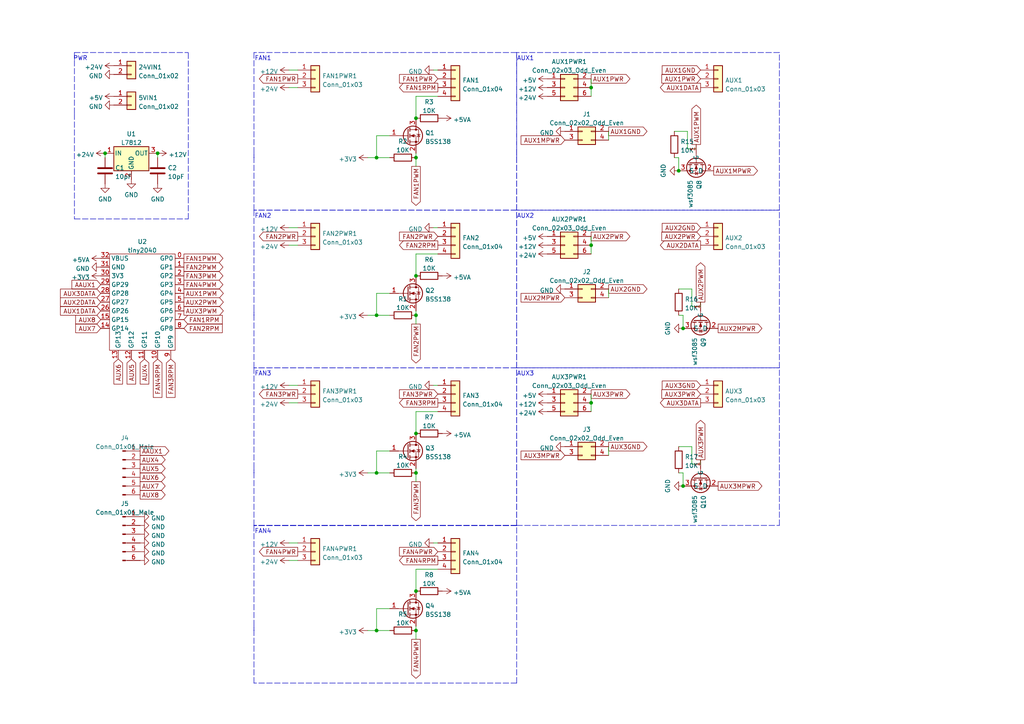
<source format=kicad_sch>
(kicad_sch (version 20211123) (generator eeschema)
  (paper "A4")
  (lib_symbols
    (symbol "Connector:Conn_01x06_Male" (pin_names (offset 1.016) hide)
      (property "Reference" "J" (at 0 7.62 0))
      (property "Value" "Conn_01x06_Male" (at 0 -10.16 0))
      (symbol "Conn_01x06_Male_1_1"
        (polyline (pts (xy 1.27 -7.62) (xy 0.8636 -7.62)) (stroke (width 0.1524)))
        (polyline (pts (xy 1.27 -5.08) (xy 0.8636 -5.08)) (stroke (width 0.1524)))
        (polyline (pts (xy 1.27 -2.54) (xy 0.8636 -2.54)) (stroke (width 0.1524)))
        (polyline (pts (xy 1.27 0) (xy 0.8636 0)) (stroke (width 0.1524)))
        (polyline (pts (xy 1.27 2.54) (xy 0.8636 2.54)) (stroke (width 0.1524)))
        (polyline (pts (xy 1.27 5.08) (xy 0.8636 5.08)) (stroke (width 0.1524)))
        (rectangle (start 0.8636 -7.493) (end 0 -7.747) (stroke (width 0.1524)) (fill (type outline)))
        (rectangle (start 0.8636 -4.953) (end 0 -5.207) (stroke (width 0.1524)) (fill (type outline)))
        (rectangle (start 0.8636 -2.413) (end 0 -2.667) (stroke (width 0.1524)) (fill (type outline)))
        (rectangle (start 0.8636 0.127) (end 0 -0.127) (stroke (width 0.1524)) (fill (type outline)))
        (rectangle (start 0.8636 2.667) (end 0 2.413) (stroke (width 0.1524)) (fill (type outline)))
        (rectangle (start 0.8636 5.207) (end 0 4.953) (stroke (width 0.1524)) (fill (type outline)))
        (pin passive line (at 5.08 5.08 180) (length 3.81) (name "Pin_1") (number "1"))
        (pin passive line (at 5.08 2.54 180) (length 3.81) (name "Pin_2") (number "2"))
        (pin passive line (at 5.08 0 180) (length 3.81) (name "Pin_3") (number "3"))
        (pin passive line (at 5.08 -2.54 180) (length 3.81) (name "Pin_4") (number "4"))
        (pin passive line (at 5.08 -5.08 180) (length 3.81) (name "Pin_5") (number "5"))
        (pin passive line (at 5.08 -7.62 180) (length 3.81) (name "Pin_6") (number "6"))
      )
    )
    (symbol "Connector_Generic:Conn_01x02" (pin_names (offset 1.016) hide)
      (property "Reference" "J" (at 0 2.54 0))
      (property "Value" "Conn_01x02" (at 0 -5.08 0))
      (symbol "Conn_01x02_1_1"
        (rectangle (start -1.27 -2.413) (end 0 -2.667) (stroke (width 0.1524)))
        (rectangle (start -1.27 0.127) (end 0 -0.127) (stroke (width 0.1524)))
        (rectangle (start -1.27 1.27) (end 1.27 -3.81) (stroke (width 0.254)) (fill (type background)))
        (pin passive line (at -5.08 0 0) (length 3.81) (name "Pin_1") (number "1"))
        (pin passive line (at -5.08 -2.54 0) (length 3.81) (name "Pin_2") (number "2"))
      )
    )
    (symbol "Connector_Generic:Conn_01x03" (pin_names (offset 1.016) hide)
      (property "Reference" "J" (at 0 5.08 0))
      (property "Value" "Conn_01x03" (at 0 -5.08 0))
      (symbol "Conn_01x03_1_1"
        (rectangle (start -1.27 -2.413) (end 0 -2.667) (stroke (width 0.1524)))
        (rectangle (start -1.27 0.127) (end 0 -0.127) (stroke (width 0.1524)))
        (rectangle (start -1.27 2.667) (end 0 2.413) (stroke (width 0.1524)))
        (rectangle (start -1.27 3.81) (end 1.27 -3.81) (stroke (width 0.254)) (fill (type background)))
        (pin passive line (at -5.08 2.54 0) (length 3.81) (name "Pin_1") (number "1"))
        (pin passive line (at -5.08 0 0) (length 3.81) (name "Pin_2") (number "2"))
        (pin passive line (at -5.08 -2.54 0) (length 3.81) (name "Pin_3") (number "3"))
      )
    )
    (symbol "Connector_Generic:Conn_01x04" (pin_names (offset 1.016) hide)
      (property "Reference" "J" (at 0 5.08 0))
      (property "Value" "Conn_01x04" (at 0 -7.62 0))
      (symbol "Conn_01x04_1_1"
        (rectangle (start -1.27 -4.953) (end 0 -5.207) (stroke (width 0.1524)))
        (rectangle (start -1.27 -2.413) (end 0 -2.667) (stroke (width 0.1524)))
        (rectangle (start -1.27 0.127) (end 0 -0.127) (stroke (width 0.1524)))
        (rectangle (start -1.27 2.667) (end 0 2.413) (stroke (width 0.1524)))
        (rectangle (start -1.27 3.81) (end 1.27 -6.35) (stroke (width 0.254)) (fill (type background)))
        (pin passive line (at -5.08 2.54 0) (length 3.81) (name "Pin_1") (number "1"))
        (pin passive line (at -5.08 0 0) (length 3.81) (name "Pin_2") (number "2"))
        (pin passive line (at -5.08 -2.54 0) (length 3.81) (name "Pin_3") (number "3"))
        (pin passive line (at -5.08 -5.08 0) (length 3.81) (name "Pin_4") (number "4"))
      )
    )
    (symbol "Connector_Generic:Conn_02x02_Odd_Even" (pin_names (offset 1.016) hide)
      (property "Reference" "J" (at 1.27 2.54 0))
      (property "Value" "Conn_02x02_Odd_Even" (at 1.27 -5.08 0))
      (symbol "Conn_02x02_Odd_Even_1_1"
        (rectangle (start -1.27 -2.413) (end 0 -2.667) (stroke (width 0.1524)))
        (rectangle (start -1.27 0.127) (end 0 -0.127) (stroke (width 0.1524)))
        (rectangle (start -1.27 1.27) (end 3.81 -3.81) (stroke (width 0.254)) (fill (type background)))
        (rectangle (start 3.81 -2.413) (end 2.54 -2.667) (stroke (width 0.1524)))
        (rectangle (start 3.81 0.127) (end 2.54 -0.127) (stroke (width 0.1524)))
        (pin passive line (at -5.08 0 0) (length 3.81) (name "Pin_1") (number "1"))
        (pin passive line (at 7.62 0 180) (length 3.81) (name "Pin_2") (number "2"))
        (pin passive line (at -5.08 -2.54 0) (length 3.81) (name "Pin_3") (number "3"))
        (pin passive line (at 7.62 -2.54 180) (length 3.81) (name "Pin_4") (number "4"))
      )
    )
    (symbol "Connector_Generic:Conn_02x03_Odd_Even" (pin_names (offset 1.016) hide)
      (property "Reference" "J" (at 1.27 5.08 0))
      (property "Value" "Conn_02x03_Odd_Even" (at 1.27 -5.08 0))
      (symbol "Conn_02x03_Odd_Even_1_1"
        (rectangle (start -1.27 -2.413) (end 0 -2.667) (stroke (width 0.1524)))
        (rectangle (start -1.27 0.127) (end 0 -0.127) (stroke (width 0.1524)))
        (rectangle (start -1.27 2.667) (end 0 2.413) (stroke (width 0.1524)))
        (rectangle (start -1.27 3.81) (end 3.81 -3.81) (stroke (width 0.254)) (fill (type background)))
        (rectangle (start 3.81 -2.413) (end 2.54 -2.667) (stroke (width 0.1524)))
        (rectangle (start 3.81 0.127) (end 2.54 -0.127) (stroke (width 0.1524)))
        (rectangle (start 3.81 2.667) (end 2.54 2.413) (stroke (width 0.1524)))
        (pin passive line (at -5.08 2.54 0) (length 3.81) (name "Pin_1") (number "1"))
        (pin passive line (at 7.62 2.54 180) (length 3.81) (name "Pin_2") (number "2"))
        (pin passive line (at -5.08 0 0) (length 3.81) (name "Pin_3") (number "3"))
        (pin passive line (at 7.62 0 180) (length 3.81) (name "Pin_4") (number "4"))
        (pin passive line (at -5.08 -2.54 0) (length 3.81) (name "Pin_5") (number "5"))
        (pin passive line (at 7.62 -2.54 180) (length 3.81) (name "Pin_6") (number "6"))
      )
    )
    (symbol "Device:C" (pin_numbers hide) (pin_names (offset 0.254))
      (property "Reference" "C" (at 0.635 2.54 0))
      (property "Value" "C" (at 0.635 -2.54 0))
      (symbol "C_0_1"
        (polyline (pts (xy -2.032 -0.762) (xy 2.032 -0.762)) (stroke (width 0.508)))
        (polyline (pts (xy -2.032 0.762) (xy 2.032 0.762)) (stroke (width 0.508)))
      )
      (symbol "C_1_1"
        (pin passive line (at 0 3.81 270) (length 2.794) (name "~") (number "1"))
        (pin passive line (at 0 -3.81 90) (length 2.794) (name "~") (number "2"))
      )
    )
    (symbol "Device:R" (pin_numbers hide) (pin_names (offset 0))
      (property "Reference" "R" (at 2.032 0 90))
      (property "Value" "R" (at 0 0 90))
      (symbol "R_0_1"
        (rectangle (start -1.016 -2.54) (end 1.016 2.54) (stroke (width 0.254)))
      )
      (symbol "R_1_1"
        (pin passive line (at 0 3.81 270) (length 1.27) (name "~") (number "1"))
        (pin passive line (at 0 -3.81 90) (length 1.27) (name "~") (number "2"))
      )
    )
    (symbol "Regulator_Linear:L7812" (pin_names (offset 0.254))
      (property "Reference" "U" (at -3.81 3.175 0))
      (property "Value" "L7812" (at 0 3.175 0))
      (symbol "L7812_0_1"
        (rectangle (start -5.08 1.905) (end 5.08 -5.08) (stroke (width 0.254)) (fill (type background)))
      )
      (symbol "L7812_1_1"
        (pin power_in line (at -7.62 0 0) (length 2.54) (name "IN") (number "1"))
        (pin power_in line (at 0 -7.62 90) (length 2.54) (name "GND") (number "2"))
        (pin power_out line (at 7.62 0 180) (length 2.54) (name "OUT") (number "3"))
      )
    )
    (symbol "Transistor_FET:BSS138" (pin_names hide)
      (property "Reference" "Q" (at 5.08 1.905 0))
      (property "Value" "BSS138" (at 5.08 0 0))
      (symbol "BSS138_0_1"
        (polyline (pts (xy 0.254 0) (xy -2.54 0)))
        (polyline (pts (xy 0.254 1.905) (xy 0.254 -1.905)) (stroke (width 0.254)))
        (polyline (pts (xy 0.762 -1.27) (xy 0.762 -2.286)) (stroke (width 0.254)))
        (polyline (pts (xy 0.762 0.508) (xy 0.762 -0.508)) (stroke (width 0.254)))
        (polyline (pts (xy 0.762 2.286) (xy 0.762 1.27)) (stroke (width 0.254)))
        (polyline (pts (xy 2.54 2.54) (xy 2.54 1.778)))
        (polyline (pts (xy 2.54 -2.54) (xy 2.54 0) (xy 0.762 0)))
        (polyline (pts (xy 0.762 -1.778) (xy 3.302 -1.778) (xy 3.302 1.778) (xy 0.762 1.778)))
        (polyline (pts (xy 1.016 0) (xy 2.032 0.381) (xy 2.032 -0.381) (xy 1.016 0)) (fill (type outline)))
        (polyline (pts (xy 2.794 0.508) (xy 2.921 0.381) (xy 3.683 0.381) (xy 3.81 0.254)))
        (polyline (pts (xy 3.302 0.381) (xy 2.921 -0.254) (xy 3.683 -0.254) (xy 3.302 0.381)))
        (circle (center 1.651 0) (radius 2.794) (stroke (width 0.254)))
        (circle (center 2.54 -1.778) (radius 0.254) (fill (type outline)))
        (circle (center 2.54 1.778) (radius 0.254) (fill (type outline)))
      )
      (symbol "BSS138_1_1"
        (pin input line (at -5.08 0 0) (length 2.54) (name "G") (number "1"))
        (pin passive line (at 2.54 -5.08 90) (length 2.54) (name "S") (number "2"))
        (pin passive line (at 2.54 5.08 270) (length 2.54) (name "D") (number "3"))
      )
    )
    (symbol "Transistor_FET:wsf3085"
      (property "Reference" "Q" (at 5.08 1.905 0))
      (property "Value" "wsf3085" (at 5.08 0 0))
      (symbol "wsf3085_0_1"
        (polyline (pts (xy 0.254 0) (xy -2.54 0)))
        (polyline (pts (xy 0.254 1.905) (xy 0.254 -1.905)) (stroke (width 0.254)))
        (polyline (pts (xy 0.762 -1.27) (xy 0.762 -2.286)) (stroke (width 0.254)))
        (polyline (pts (xy 0.762 0.508) (xy 0.762 -0.508)) (stroke (width 0.254)))
        (polyline (pts (xy 0.762 2.286) (xy 0.762 1.27)) (stroke (width 0.254)))
        (polyline (pts (xy 2.54 2.54) (xy 2.54 1.778)))
        (polyline (pts (xy 2.54 -2.54) (xy 2.54 0) (xy 0.762 0)))
        (polyline (pts (xy 0.762 -1.778) (xy 3.302 -1.778) (xy 3.302 1.778) (xy 0.762 1.778)))
        (polyline (pts (xy 1.016 0) (xy 2.032 0.381) (xy 2.032 -0.381) (xy 1.016 0)) (fill (type outline)))
        (polyline (pts (xy 2.794 0.508) (xy 2.921 0.381) (xy 3.683 0.381) (xy 3.81 0.254)))
        (polyline (pts (xy 3.302 0.381) (xy 2.921 -0.254) (xy 3.683 -0.254) (xy 3.302 0.381)))
        (circle (center 1.651 0) (radius 2.794) (stroke (width 0.254)))
        (circle (center 2.54 -1.778) (radius 0.254) (fill (type outline)))
        (circle (center 2.54 1.778) (radius 0.254) (fill (type outline)))
      )
      (symbol "wsf3085_1_1"
        (pin input line (at -5.08 0 0) (length 2.54) (name "G") (number "1"))
        (pin passive line (at 2.54 5.08 270) (length 2.54) (name "D") (number "2"))
        (pin passive line (at 2.54 -5.08 90) (length 2.54) (name "S") (number "3"))
      )
    )
    (symbol "power:+12V" (power) (pin_names (offset 0))
      (property "Value" "+12V" (at 0 3.556 0))
      (symbol "+12V_0_1"
        (polyline (pts (xy -0.762 1.27) (xy 0 2.54)))
        (polyline (pts (xy 0 0) (xy 0 2.54)))
        (polyline (pts (xy 0 2.54) (xy 0.762 1.27)))
      )
      (symbol "+12V_1_1"
        (pin power_in line (at 0 0 90) (length 0) hide (name "+12V") (number "1"))
      )
    )
    (symbol "power:+24V" (power) (pin_names (offset 0))
      (property "Value" "+24V" (at 0 3.556 0))
      (symbol "+24V_0_1"
        (polyline (pts (xy -0.762 1.27) (xy 0 2.54)))
        (polyline (pts (xy 0 0) (xy 0 2.54)))
        (polyline (pts (xy 0 2.54) (xy 0.762 1.27)))
      )
      (symbol "+24V_1_1"
        (pin power_in line (at 0 0 90) (length 0) hide (name "+24V") (number "1"))
      )
    )
    (symbol "power:+3.3V" (power) (pin_names (offset 0))
      (property "Value" "+3.3V" (at 0 3.556 0))
      (symbol "+3.3V_0_1"
        (polyline (pts (xy -0.762 1.27) (xy 0 2.54)))
        (polyline (pts (xy 0 0) (xy 0 2.54)))
        (polyline (pts (xy 0 2.54) (xy 0.762 1.27)))
      )
      (symbol "+3.3V_1_1"
        (pin power_in line (at 0 0 90) (length 0) hide (name "+3V3") (number "1"))
      )
    )
    (symbol "power:+5V" (power) (pin_names (offset 0))
      (property "Value" "+5V" (at 0 3.556 0))
      (symbol "+5V_0_1"
        (polyline (pts (xy -0.762 1.27) (xy 0 2.54)))
        (polyline (pts (xy 0 0) (xy 0 2.54)))
        (polyline (pts (xy 0 2.54) (xy 0.762 1.27)))
      )
      (symbol "+5V_1_1"
        (pin power_in line (at 0 0 90) (length 0) hide (name "+5V") (number "1"))
      )
    )
    (symbol "power:+5VA" (power) (pin_names (offset 0))
      (property "Value" "+5VA" (at 0 3.556 0))
      (symbol "+5VA_0_1"
        (polyline (pts (xy -0.762 1.27) (xy 0 2.54)))
        (polyline (pts (xy 0 0) (xy 0 2.54)))
        (polyline (pts (xy 0 2.54) (xy 0.762 1.27)))
      )
      (symbol "+5VA_1_1"
        (pin power_in line (at 0 0 90) (length 0) hide (name "+5VA") (number "1"))
      )
    )
    (symbol "power:GND" (power) (pin_names (offset 0))
      (property "Value" "GND" (at 0 -3.81 0))
      (symbol "GND_0_1"
        (polyline (pts (xy 0 0) (xy 0 -1.27) (xy 1.27 -1.27) (xy 0 -2.54) (xy -1.27 -1.27) (xy 0 -1.27)))
      )
      (symbol "GND_1_1"
        (pin power_in line (at 0 0 270) (length 0) hide (name "GND") (number "1"))
      )
    )
    (symbol "tiny2040:2040_zero"
      (property "Reference" "U" (at 0 15.24 0))
      (property "Value" "2040_zero" (at 0 12.7 0))
      (symbol "2040_zero_0_1"
        (rectangle (start -10.16 10.16) (end 8.89 -17.78))
      )
      (symbol "2040_zero_1_1"
        (pin input line (at 11.43 8.89 180) (length 2.54) (name "GP0") (number "0"))
        (pin input line (at 11.43 6.35 180) (length 2.54) (name "GP1") (number "1"))
        (pin input line (at 3.81 -20.32 90) (length 2.54) (name "GP10") (number "10"))
        (pin input line (at 0 -20.32 90) (length 2.54) (name "GP11") (number "11"))
        (pin input line (at -3.81 -20.32 90) (length 2.54) (name "GP12") (number "12"))
        (pin input line (at -7.62 -20.32 90) (length 2.54) (name "GP13") (number "13"))
        (pin input line (at -12.7 -11.43 0) (length 2.54) (name "GP14") (number "14"))
        (pin input line (at -12.7 -8.89 0) (length 2.54) (name "GP15") (number "15"))
        (pin input line (at 11.43 3.81 180) (length 2.54) (name "GP2") (number "2"))
        (pin input line (at -12.7 -6.35 0) (length 2.54) (name "GP26") (number "26"))
        (pin input line (at -12.7 -3.81 0) (length 2.54) (name "GP27") (number "27"))
        (pin input line (at -12.7 -1.27 0) (length 2.54) (name "GP28") (number "28"))
        (pin input line (at -12.7 1.27 0) (length 2.54) (name "GP29") (number "29"))
        (pin input line (at 11.43 1.27 180) (length 2.54) (name "GP3") (number "3"))
        (pin power_out line (at -12.7 3.81 0) (length 2.54) (name "3V3") (number "30"))
        (pin input line (at -12.7 6.35 0) (length 2.54) (name "GND") (number "31"))
        (pin power_out line (at -12.7 8.89 0) (length 2.54) (name "VBUS") (number "32"))
        (pin input line (at 11.43 -1.27 180) (length 2.54) (name "GP4") (number "4"))
        (pin input line (at 11.43 -3.81 180) (length 2.54) (name "GP5") (number "5"))
        (pin input line (at 11.43 -6.35 180) (length 2.54) (name "GP6") (number "6"))
        (pin input line (at 11.43 -8.89 180) (length 2.54) (name "GP7") (number "7"))
        (pin input line (at 11.43 -11.43 180) (length 2.54) (name "GP8") (number "8"))
        (pin input line (at 7.62 -20.32 90) (length 2.54) (name "GP9") (number "9"))
      )
    )
  )
  (junction (at 109.22 182.88))
  (junction (at 171.45 116.84))
  (junction (at 120.65 171.45))
  (junction (at 120.65 137.16))
  (junction (at 120.65 125.73))
  (junction (at 171.45 71.12))
  (junction (at 120.65 91.44))
  (junction (at 109.22 45.72))
  (junction (at 109.22 91.44))
  (junction (at 120.65 182.88))
  (junction (at 196.85 49.53))
  (junction (at 120.65 34.29))
  (junction (at 109.22 137.16))
  (junction (at 198.12 95.25))
  (junction (at 120.65 80.01))
  (junction (at 45.72 44.45))
  (junction (at 30.48 44.45))
  (junction (at 198.12 140.97))
  (junction (at 120.65 45.72))
  (junction (at 171.45 25.4))
  (wire (pts (xy 120.65 182.88) (xy 120.65 181.61)))
  (wire (pts (xy 127 157.48) (xy 125.73 157.48)))
  (wire (pts (xy 127 119.38) (xy 120.65 119.38)))
  (polyline (pts (xy 149.86 15.24) (xy 73.66 15.24)))
  (wire (pts (xy 113.03 176.53) (xy 109.22 176.53)))
  (wire (pts (xy 120.65 45.72) (xy 120.65 44.45)))
  (wire (pts (xy 113.03 39.37) (xy 109.22 39.37)))
  (polyline (pts (xy 149.86 106.68) (xy 73.66 106.68)))
  (wire (pts (xy 120.65 139.7) (xy 120.65 137.16)))
  (wire (pts (xy 171.45 68.58) (xy 171.45 71.12)))
  (wire (pts (xy 198.12 140.97) (xy 198.12 137.16)))
  (wire (pts (xy 86.36 111.76) (xy 83.82 111.76)))
  (wire (pts (xy 113.03 130.81) (xy 109.22 130.81)))
  (wire (pts (xy 109.22 182.88) (xy 113.03 182.88)))
  (polyline (pts (xy 149.86 152.4) (xy 73.66 152.4)))
  (wire (pts (xy 127 66.04) (xy 125.73 66.04)))
  (wire (pts (xy 106.68 45.72) (xy 109.22 45.72)))
  (wire (pts (xy 203.2 134.62) (xy 200.66 134.62)))
  (wire (pts (xy 198.12 137.16) (xy 196.85 137.16)))
  (wire (pts (xy 196.85 49.53) (xy 196.85 45.72)))
  (polyline (pts (xy 149.86 60.96) (xy 226.06 60.96)))
  (polyline (pts (xy 73.66 60.96) (xy 73.66 91.44)))
  (polyline (pts (xy 149.86 60.96) (xy 149.86 15.24)))
  (wire (pts (xy 86.36 116.84) (xy 83.82 116.84)))
  (wire (pts (xy 120.65 48.26) (xy 120.65 45.72)))
  (wire (pts (xy 120.65 137.16) (xy 120.65 135.89)))
  (polyline (pts (xy 54.61 63.5) (xy 54.61 33.02)))
  (polyline (pts (xy 226.06 60.96) (xy 226.06 15.24)))
  (polyline (pts (xy 73.66 106.68) (xy 73.66 137.16)))
  (wire (pts (xy 86.36 71.12) (xy 83.82 71.12)))
  (wire (pts (xy 86.36 66.04) (xy 83.82 66.04)))
  (wire (pts (xy 30.48 44.45) (xy 30.48 45.72)))
  (wire (pts (xy 171.45 116.84) (xy 171.45 119.38)))
  (wire (pts (xy 45.72 45.72) (xy 45.72 44.45)))
  (polyline (pts (xy 149.86 60.96) (xy 73.66 60.96)))
  (polyline (pts (xy 73.66 60.96) (xy 73.66 44.45)))
  (wire (pts (xy 109.22 45.72) (xy 113.03 45.72)))
  (wire (pts (xy 86.36 25.4) (xy 83.82 25.4)))
  (wire (pts (xy 203.2 87.63) (xy 203.2 88.9)))
  (wire (pts (xy 109.22 130.81) (xy 109.22 137.16)))
  (wire (pts (xy 106.68 137.16) (xy 109.22 137.16)))
  (polyline (pts (xy 149.86 152.4) (xy 226.06 152.4)))
  (wire (pts (xy 198.12 95.25) (xy 198.12 91.44)))
  (wire (pts (xy 86.36 20.32) (xy 83.82 20.32)))
  (wire (pts (xy 120.65 91.44) (xy 120.65 90.17)))
  (polyline (pts (xy 21.59 63.5) (xy 54.61 63.5)))
  (polyline (pts (xy 149.86 60.96) (xy 73.66 60.96)))
  (wire (pts (xy 200.66 129.54) (xy 196.85 129.54)))
  (polyline (pts (xy 149.86 106.68) (xy 149.86 60.96)))
  (polyline (pts (xy 149.86 152.4) (xy 149.86 106.68)))
  (wire (pts (xy 171.45 71.12) (xy 171.45 73.66)))
  (polyline (pts (xy 73.66 152.4) (xy 73.66 182.88)))
  (wire (pts (xy 86.36 162.56) (xy 83.82 162.56)))
  (polyline (pts (xy 149.86 152.4) (xy 73.66 152.4)))
  (wire (pts (xy 200.66 134.62) (xy 200.66 129.54)))
  (wire (pts (xy 199.39 38.1) (xy 195.58 38.1)))
  (wire (pts (xy 201.93 41.91) (xy 201.93 43.18)))
  (wire (pts (xy 109.22 39.37) (xy 109.22 45.72)))
  (wire (pts (xy 127 111.76) (xy 125.73 111.76)))
  (polyline (pts (xy 73.66 198.12) (xy 73.66 181.61)))
  (polyline (pts (xy 73.66 15.24) (xy 73.66 45.72)))
  (polyline (pts (xy 149.86 152.4) (xy 149.86 106.68)))
  (wire (pts (xy 127 20.32) (xy 125.73 20.32)))
  (polyline (pts (xy 226.06 15.24) (xy 149.86 15.24)))
  (wire (pts (xy 201.93 43.18) (xy 199.39 43.18)))
  (polyline (pts (xy 21.59 15.24) (xy 21.59 33.02)))
  (polyline (pts (xy 149.86 15.24) (xy 149.86 45.72)))
  (wire (pts (xy 120.65 73.66) (xy 120.65 80.01)))
  (wire (pts (xy 203.2 133.35) (xy 203.2 134.62)))
  (wire (pts (xy 120.65 119.38) (xy 120.65 125.73)))
  (wire (pts (xy 109.22 91.44) (xy 113.03 91.44)))
  (polyline (pts (xy 226.06 106.68) (xy 149.86 106.68)))
  (wire (pts (xy 176.53 83.82) (xy 176.53 86.36)))
  (wire (pts (xy 106.68 182.88) (xy 109.22 182.88)))
  (wire (pts (xy 127 27.94) (xy 120.65 27.94)))
  (wire (pts (xy 171.45 114.3) (xy 171.45 116.84)))
  (wire (pts (xy 199.39 43.18) (xy 199.39 38.1)))
  (wire (pts (xy 120.65 185.42) (xy 120.65 182.88)))
  (wire (pts (xy 200.66 83.82) (xy 196.85 83.82)))
  (wire (pts (xy 203.2 88.9) (xy 200.66 88.9)))
  (wire (pts (xy 171.45 22.86) (xy 171.45 25.4)))
  (wire (pts (xy 109.22 85.09) (xy 109.22 91.44)))
  (wire (pts (xy 198.12 91.44) (xy 196.85 91.44)))
  (polyline (pts (xy 226.06 106.68) (xy 226.06 60.96)))
  (polyline (pts (xy 54.61 33.02) (xy 54.61 15.24)))
  (polyline (pts (xy 21.59 33.02) (xy 21.59 63.5)))
  (wire (pts (xy 196.85 45.72) (xy 195.58 45.72)))
  (wire (pts (xy 120.65 165.1) (xy 120.65 171.45)))
  (wire (pts (xy 109.22 137.16) (xy 113.03 137.16)))
  (polyline (pts (xy 149.86 152.4) (xy 73.66 152.4)))
  (wire (pts (xy 200.66 88.9) (xy 200.66 83.82)))
  (polyline (pts (xy 149.86 198.12) (xy 149.86 152.4)))
  (wire (pts (xy 127 73.66) (xy 120.65 73.66)))
  (polyline (pts (xy 149.86 106.68) (xy 73.66 106.68)))
  (wire (pts (xy 176.53 129.54) (xy 176.53 132.08)))
  (polyline (pts (xy 21.59 15.24) (xy 54.61 15.24)))
  (wire (pts (xy 86.36 157.48) (xy 83.82 157.48)))
  (polyline (pts (xy 149.86 198.12) (xy 73.66 198.12)))
  (wire (pts (xy 113.03 85.09) (xy 109.22 85.09)))
  (wire (pts (xy 171.45 25.4) (xy 171.45 27.94)))
  (polyline (pts (xy 149.86 106.68) (xy 226.06 106.68)))
  (polyline (pts (xy 149.86 106.68) (xy 149.86 60.96)))
  (polyline (pts (xy 149.86 60.96) (xy 149.86 44.45)))
  (wire (pts (xy 120.65 93.98) (xy 120.65 91.44)))
  (wire (pts (xy 109.22 176.53) (xy 109.22 182.88)))
  (polyline (pts (xy 73.66 106.68) (xy 73.66 90.17)))
  (polyline (pts (xy 226.06 60.96) (xy 149.86 60.96)))
  (wire (pts (xy 106.68 91.44) (xy 109.22 91.44)))
  (wire (pts (xy 176.53 38.1) (xy 176.53 40.64)))
  (wire (pts (xy 120.65 27.94) (xy 120.65 34.29)))
  (wire (pts (xy 127 165.1) (xy 120.65 165.1)))
  (polyline (pts (xy 226.06 152.4) (xy 226.06 106.68)))
  (polyline (pts (xy 73.66 152.4) (xy 73.66 135.89)))
  (text "AUX3" (at 154.94 109.22 180) (effects (font (size 1.27 1.27)) (justify right bottom)))
  (text "FAN1" (at 78.74 17.78 180) (effects (font (size 1.27 1.27)) (justify right bottom)))
  (text "AUX1" (at 154.94 17.78 180) (effects (font (size 1.27 1.27)) (justify right bottom)))
  (text "AUX2" (at 154.94 63.5 180) (effects (font (size 1.27 1.27)) (justify right bottom)))
  (text "FAN4" (at 78.74 154.94 180) (effects (font (size 1.27 1.27)) (justify right bottom)))
  (text "FAN3" (at 78.74 109.22 180) (effects (font (size 1.27 1.27)) (justify right bottom)))
  (text "FAN2" (at 78.74 63.5 180) (effects (font (size 1.27 1.27)) (justify right bottom)))
  (text "PWR" (at 25.4 17.78 180) (effects (font (size 1.27 1.27)) (justify right bottom)))
  (global_label "FAN3PWM" (shape output) (at 120.65 139.7 270) (property "Intersheet References" "${INTERSHEET_REFS}" (effects hide)))
  (global_label "FAN2RPM" (shape output) (at 127 71.12 180) (property "Intersheet References" "${INTERSHEET_REFS}" (effects hide)))
  (global_label "AUX5" (shape output) (at 40.64 135.89 0) (property "Intersheet References" "${INTERSHEET_REFS}" (effects hide)))
  (global_label "AUX1PWR" (shape output) (at 171.45 22.86 0) (property "Intersheet References" "${INTERSHEET_REFS}" (effects hide)))
  (global_label "FAN4PWR" (shape output) (at 86.36 160.02 180) (property "Intersheet References" "${INTERSHEET_REFS}" (effects hide)))
  (global_label "AUX2GND" (shape output) (at 176.53 83.82 0) (property "Intersheet References" "${INTERSHEET_REFS}" (effects hide)))
  (global_label "FAN4RPM" (shape output) (at 127 162.56 180) (property "Intersheet References" "${INTERSHEET_REFS}" (effects hide)))
  (global_label "AUX1PWM" (shape output) (at 201.93 41.91 90) (property "Intersheet References" "${INTERSHEET_REFS}" (effects hide)))
  (global_label "AUX3GND" (shape output) (at 176.53 129.54 0) (property "Intersheet References" "${INTERSHEET_REFS}" (effects hide)))
  (global_label "FAN3PWR" (shape output) (at 86.36 114.3 180) (property "Intersheet References" "${INTERSHEET_REFS}" (effects hide)))
  (global_label "FAN3RPM" (shape input) (at 49.53 104.14 270) (property "Intersheet References" "${INTERSHEET_REFS}" (effects hide)))
  (global_label "FAN2PWM" (shape output) (at 53.34 77.47 0) (property "Intersheet References" "${INTERSHEET_REFS}" (effects hide)))
  (global_label "FAN2RPM" (shape input) (at 53.34 95.25 0) (property "Intersheet References" "${INTERSHEET_REFS}" (effects hide)))
  (global_label "AUX1MPWR" (shape output) (at 207.01 49.53 0) (property "Intersheet References" "${INTERSHEET_REFS}" (effects hide)))
  (global_label "AUX3MPWR" (shape output) (at 208.28 140.97 0) (property "Intersheet References" "${INTERSHEET_REFS}" (effects hide)))
  (global_label "AUX3DATA" (shape input) (at 29.21 85.09 180) (property "Intersheet References" "${INTERSHEET_REFS}" (effects hide)))
  (global_label "AUX2DATA" (shape input) (at 29.21 87.63 180) (property "Intersheet References" "${INTERSHEET_REFS}" (effects hide)))
  (global_label "AUX3GND" (shape input) (at 203.2 111.76 180) (property "Intersheet References" "${INTERSHEET_REFS}" (effects hide)))
  (global_label "AUX3PWR" (shape output) (at 171.45 114.3 0) (property "Intersheet References" "${INTERSHEET_REFS}" (effects hide)))
  (global_label "AUX2PWM" (shape output) (at 203.2 87.63 90) (property "Intersheet References" "${INTERSHEET_REFS}" (effects hide)))
  (global_label "AUX1PWM" (shape output) (at 53.34 85.09 0) (property "Intersheet References" "${INTERSHEET_REFS}" (effects hide)))
  (global_label "FAN2PWM" (shape output) (at 120.65 93.98 270) (property "Intersheet References" "${INTERSHEET_REFS}" (effects hide)))
  (global_label "AUX1DATA" (shape input) (at 29.21 90.17 180) (property "Intersheet References" "${INTERSHEET_REFS}" (effects hide)))
  (global_label "AUX2PWR" (shape input) (at 203.2 68.58 180) (property "Intersheet References" "${INTERSHEET_REFS}" (effects hide)))
  (global_label "AUX2DATA" (shape output) (at 203.2 71.12 180) (property "Intersheet References" "${INTERSHEET_REFS}" (effects hide)))
  (global_label "AUX2MPWR" (shape output) (at 208.28 95.25 0) (property "Intersheet References" "${INTERSHEET_REFS}" (effects hide)))
  (global_label "FAN2PWR" (shape output) (at 86.36 68.58 180) (property "Intersheet References" "${INTERSHEET_REFS}" (effects hide)))
  (global_label "AUX7" (shape output) (at 40.64 140.97 0) (property "Intersheet References" "${INTERSHEET_REFS}" (effects hide)))
  (global_label "AUX3PWR" (shape input) (at 203.2 114.3 180) (property "Intersheet References" "${INTERSHEET_REFS}" (effects hide)))
  (global_label "FAN3PWR" (shape input) (at 127 114.3 180) (property "Intersheet References" "${INTERSHEET_REFS}" (effects hide)))
  (global_label "FAN1RPM" (shape input) (at 53.34 92.71 0) (property "Intersheet References" "${INTERSHEET_REFS}" (effects hide)))
  (global_label "AUX1GND" (shape input) (at 203.2 20.32 180) (property "Intersheet References" "${INTERSHEET_REFS}" (effects hide)))
  (global_label "FAN1PWM" (shape output) (at 120.65 48.26 270) (property "Intersheet References" "${INTERSHEET_REFS}" (effects hide)))
  (global_label "AUX8" (shape output) (at 40.64 143.51 0) (property "Intersheet References" "${INTERSHEET_REFS}" (effects hide)))
  (global_label "AUX3PWM" (shape output) (at 203.2 133.35 90) (property "Intersheet References" "${INTERSHEET_REFS}" (effects hide)))
  (global_label "AAUX1" (shape input) (at 29.21 82.55 180) (property "Intersheet References" "${INTERSHEET_REFS}" (effects hide)))
  (global_label "AUX7" (shape input) (at 29.21 95.25 180) (property "Intersheet References" "${INTERSHEET_REFS}" (effects hide)))
  (global_label "FAN3PWM" (shape output) (at 53.34 80.01 0) (property "Intersheet References" "${INTERSHEET_REFS}" (effects hide)))
  (global_label "AUX3MPWR" (shape input) (at 163.83 132.08 180) (property "Intersheet References" "${INTERSHEET_REFS}" (effects hide)))
  (global_label "AUX6" (shape output) (at 40.64 138.43 0) (property "Intersheet References" "${INTERSHEET_REFS}" (effects hide)))
  (global_label "AUX2MPWR" (shape input) (at 163.83 86.36 180) (property "Intersheet References" "${INTERSHEET_REFS}" (effects hide)))
  (global_label "AUX4" (shape output) (at 40.64 133.35 0) (property "Intersheet References" "${INTERSHEET_REFS}" (effects hide)))
  (global_label "AUX3DATA" (shape output) (at 203.2 116.84 180) (property "Intersheet References" "${INTERSHEET_REFS}" (effects hide)))
  (global_label "FAN1PWR" (shape input) (at 127 22.86 180) (property "Intersheet References" "${INTERSHEET_REFS}" (effects hide)))
  (global_label "AUX1PWR" (shape input) (at 203.2 22.86 180) (property "Intersheet References" "${INTERSHEET_REFS}" (effects hide)))
  (global_label "FAN2PWR" (shape input) (at 127 68.58 180) (property "Intersheet References" "${INTERSHEET_REFS}" (effects hide)))
  (global_label "FAN4PWR" (shape input) (at 127 160.02 180) (property "Intersheet References" "${INTERSHEET_REFS}" (effects hide)))
  (global_label "FAN4RPM" (shape input) (at 45.72 104.14 270) (property "Intersheet References" "${INTERSHEET_REFS}" (effects hide)))
  (global_label "FAN4PWM" (shape output) (at 120.65 185.42 270) (property "Intersheet References" "${INTERSHEET_REFS}" (effects hide)))
  (global_label "AUX8" (shape input) (at 29.21 92.71 180) (property "Intersheet References" "${INTERSHEET_REFS}" (effects hide)))
  (global_label "AUX2PWR" (shape output) (at 171.45 68.58 0) (property "Intersheet References" "${INTERSHEET_REFS}" (effects hide)))
  (global_label "AUX1GND" (shape output) (at 176.53 38.1 0) (property "Intersheet References" "${INTERSHEET_REFS}" (effects hide)))
  (global_label "AUX2GND" (shape input) (at 203.2 66.04 180) (property "Intersheet References" "${INTERSHEET_REFS}" (effects hide)))
  (global_label "FAN3RPM" (shape output) (at 127 116.84 180) (property "Intersheet References" "${INTERSHEET_REFS}" (effects hide)))
  (global_label "FAN1RPM" (shape output) (at 127 25.4 180) (property "Intersheet References" "${INTERSHEET_REFS}" (effects hide)))
  (global_label "AUX3PWM" (shape output) (at 53.34 90.17 0) (property "Intersheet References" "${INTERSHEET_REFS}" (effects hide)))
  (global_label "AUX5" (shape input) (at 38.1 104.14 270) (property "Intersheet References" "${INTERSHEET_REFS}" (effects hide)))
  (global_label "FAN4PWM" (shape output) (at 53.34 82.55 0) (property "Intersheet References" "${INTERSHEET_REFS}" (effects hide)))
  (global_label "FAN1PWR" (shape output) (at 86.36 22.86 180) (property "Intersheet References" "${INTERSHEET_REFS}" (effects hide)))
  (global_label "AUX4" (shape input) (at 41.91 104.14 270) (property "Intersheet References" "${INTERSHEET_REFS}" (effects hide)))
  (global_label "AUX2PWM" (shape output) (at 53.34 87.63 0) (property "Intersheet References" "${INTERSHEET_REFS}" (effects hide)))
  (global_label "AUX1DATA" (shape output) (at 203.2 25.4 180) (property "Intersheet References" "${INTERSHEET_REFS}" (effects hide)))
  (global_label "AUX1MPWR" (shape input) (at 163.83 40.64 180) (property "Intersheet References" "${INTERSHEET_REFS}" (effects hide)))
  (global_label "FAN1PWM" (shape output) (at 53.34 74.93 0) (property "Intersheet References" "${INTERSHEET_REFS}" (effects hide)))
  (global_label "AUX6" (shape input) (at 34.29 104.14 270) (property "Intersheet References" "${INTERSHEET_REFS}" (effects hide)))
  (global_label "AAUX1" (shape output) (at 40.64 130.81 0) (property "Intersheet References" "${INTERSHEET_REFS}" (effects hide)))
  (symbol (lib_id "Device:R") (at 124.46 125.73 270) (unit 1)
    (property "Reference" "R7" (at 124.46 121.0142 90))
    (property "Value" "10K" (at 124.46 123.5511 90))
    (property "Footprint" "Resistor_SMD:R_1206_3216Metric" (effects hide))
    (property "LCSC" "C144471" (effects hide))
  )
  (symbol (lib_id "Connector_Generic:Conn_02x03_Odd_Even") (at 163.83 71.12 0) (unit 1)
    (property "Reference" "AUX2PWR1" (at 165.1 63.6102 0))
    (property "Value" "Conn_02x03_Odd_Even" (at 165.1 66.1471 0))
    (property "Footprint" "Connector_PinHeader_2.54mm:PinHeader_2x03_P2.54mm_Vertical" (effects hide))
    (property "LCSC" "C492420" (effects hide))
  )
  (symbol (lib_id "power:GND") (at 198.12 140.97 270) (unit 1)
    (property "Reference" "#PWR0155" (effects hide))
    (property "Value" "GND" (at 193.6766 140.97 0))
  )
  (symbol (lib_id "Connector_Generic:Conn_01x03") (at 208.28 114.3 0) (unit 1)
    (property "Reference" "AUX3" (at 210.312 113.4653 0) (effects (justify left)))
    (property "Value" "Conn_01x03" (at 210.312 116.0022 0) (effects (justify left)))
    (property "Footprint" "Connector_JST:JST_XH_B3B-XH-AM_1x03_P2.50mm_Vertical" (effects hide))
    (property "LCSC" "C144394" (effects hide))
  )
  (symbol (lib_id "power:GND") (at 33.02 21.59 270) (unit 1)
    (property "Reference" "#PWR0102" (effects hide))
    (property "Value" "GND" (at 29.8451 22.0238 90) (effects (justify right)))
  )
  (symbol (lib_id "Connector_Generic:Conn_01x03") (at 91.44 68.58 0) (unit 1)
    (property "Reference" "FAN2PWR1" (at 93.472 67.7453 0) (effects (justify left)))
    (property "Value" "Conn_01x03" (at 93.472 70.2822 0) (effects (justify left)))
    (property "Footprint" "Connector_PinHeader_2.54mm:PinHeader_1x03_P2.54mm_Vertical" (effects hide))
    (property "LCSC" "C2937625" (effects hide))
  )
  (symbol (lib_id "power:+12V") (at 83.82 111.76 90) (unit 1)
    (property "Reference" "#PWR0130" (effects hide))
    (property "Value" "+12V" (at 80.645 112.1938 90) (effects (justify left)))
  )
  (symbol (lib_id "power:+3.3V") (at 29.21 80.01 90) (unit 1)
    (property "Reference" "#PWR0111" (effects hide))
    (property "Value" "+3.3V" (at 26.035 80.4438 90) (effects (justify left)))
  )
  (symbol (lib_id "Connector_Generic:Conn_01x03") (at 91.44 160.02 0) (unit 1)
    (property "Reference" "FAN4PWR1" (at 93.472 159.1853 0) (effects (justify left)))
    (property "Value" "Conn_01x03" (at 93.472 161.7222 0) (effects (justify left)))
    (property "Footprint" "Connector_PinHeader_2.54mm:PinHeader_1x03_P2.54mm_Vertical" (effects hide))
    (property "LCSC" "C2937625" (effects hide))
  )
  (symbol (lib_id "power:+24V") (at 158.75 119.38 90) (unit 1)
    (property "Reference" "#PWR0145" (effects hide))
    (property "Value" "+24V" (at 155.575 119.8138 90) (effects (justify left)))
  )
  (symbol (lib_id "power:+12V") (at 158.75 116.84 90) (unit 1)
    (property "Reference" "#PWR0146" (effects hide))
    (property "Value" "+12V" (at 155.575 117.2738 90) (effects (justify left)))
  )
  (symbol (lib_id "power:+24V") (at 158.75 27.94 90) (unit 1)
    (property "Reference" "#PWR0127" (effects hide))
    (property "Value" "+24V" (at 155.575 28.3738 90) (effects (justify left)))
  )
  (symbol (lib_id "power:+3.3V") (at 106.68 91.44 90) (unit 1)
    (property "Reference" "#PWR0125" (effects hide))
    (property "Value" "+3.3V" (at 103.505 91.8738 90) (effects (justify left)))
  )
  (symbol (lib_id "power:+12V") (at 83.82 157.48 90) (unit 1)
    (property "Reference" "#PWR0121" (effects hide))
    (property "Value" "+12V" (at 80.645 157.9138 90) (effects (justify left)))
  )
  (symbol (lib_id "Connector_Generic:Conn_01x03") (at 208.28 22.86 0) (unit 1)
    (property "Reference" "AUX1" (at 210.312 23.2953 0) (effects (justify left)))
    (property "Value" "Conn_01x03" (at 210.312 25.8322 0) (effects (justify left)))
    (property "Footprint" "Connector_JST:JST_XH_B3B-XH-AM_1x03_P2.50mm_Vertical" (effects hide))
    (property "LCSC" "C144394" (effects hide))
  )
  (symbol (lib_id "power:+12V") (at 158.75 71.12 90) (unit 1)
    (property "Reference" "#PWR0133" (effects hide))
    (property "Value" "+12V" (at 155.575 71.5538 90) (effects (justify left)))
  )
  (symbol (lib_id "Device:R") (at 116.84 182.88 270) (unit 1)
    (property "Reference" "R5" (at 116.84 178.1642 90))
    (property "Value" "10K" (at 116.84 180.7011 90))
    (property "Footprint" "Resistor_SMD:R_1206_3216Metric" (effects hide))
    (property "LCSC" "C144471" (effects hide))
  )
  (symbol (lib_id "power:+5VA") (at 128.27 125.73 270) (unit 1)
    (property "Reference" "#PWR0148" (effects hide))
    (property "Value" "+5VA" (at 131.445 126.1638 90) (effects (justify left)))
  )
  (symbol (lib_id "power:+5VA") (at 128.27 34.29 270) (unit 1)
    (property "Reference" "#PWR0118" (effects hide))
    (property "Value" "+5VA" (at 131.445 34.7238 90) (effects (justify left)))
  )
  (symbol (lib_id "power:+5VA") (at 128.27 171.45 270) (unit 1)
    (property "Reference" "#PWR0152" (effects hide))
    (property "Value" "+5VA" (at 131.445 171.8838 90) (effects (justify left)))
  )
  (symbol (lib_id "Connector:Conn_01x06_Male") (at 35.56 135.89 0) (unit 1)
    (property "Reference" "J4" (at 36.195 127.034 0))
    (property "Value" "Conn_01x06_Male" (at 36.195 129.5709 0))
    (property "Footprint" "Connector_PinHeader_2.54mm:PinHeader_1x06_P2.54mm_Vertical" (effects hide))
    (property "LCSC" "C962326" (effects hide))
  )
  (symbol (lib_id "power:GND") (at 125.73 111.76 270) (unit 1)
    (property "Reference" "#PWR0126" (effects hide))
    (property "Value" "GND" (at 122.5551 112.1938 90) (effects (justify right)))
  )
  (symbol (lib_id "Device:R") (at 116.84 91.44 270) (unit 1)
    (property "Reference" "R1" (at 116.84 86.7242 90))
    (property "Value" "10K" (at 116.84 89.2611 90))
    (property "Footprint" "Resistor_SMD:R_1206_3216Metric" (effects hide))
    (property "LCSC" "C144471" (effects hide))
  )
  (symbol (lib_id "Connector_Generic:Conn_01x03") (at 91.44 114.3 0) (unit 1)
    (property "Reference" "FAN3PWR1" (at 93.472 113.4653 0) (effects (justify left)))
    (property "Value" "Conn_01x03" (at 93.472 116.0022 0) (effects (justify left)))
    (property "Footprint" "Connector_PinHeader_2.54mm:PinHeader_1x03_P2.54mm_Vertical" (effects hide))
    (property "LCSC" "C2937625" (effects hide))
  )
  (symbol (lib_id "power:+12V") (at 83.82 20.32 90) (unit 1)
    (property "Reference" "#PWR0114" (effects hide))
    (property "Value" "+12V" (at 80.645 20.7538 90) (effects (justify left)))
  )
  (symbol (lib_id "Transistor_FET:wsf3085") (at 201.93 46.99 270) (unit 1)
    (property "Reference" "Q8" (at 202.7647 52.197 0) (effects (justify left)))
    (property "Value" "wsf3085" (at 200.2278 52.197 0) (effects (justify left)))
    (property "Footprint" "Package_TO_SOT_SMD:TO-252-2" (effects hide))
    (property "Datasheet" "https://datasheet.lcsc.com/szlcsc/WSF3085_C148428.pdf" (effects hide))
    (property "LCSC" "C148428" (effects hide))
  )
  (symbol (lib_id "Device:R") (at 124.46 80.01 270) (unit 1)
    (property "Reference" "R6" (at 124.46 75.2942 90))
    (property "Value" "10K" (at 124.46 77.8311 90))
    (property "Footprint" "Resistor_SMD:R_1206_3216Metric" (effects hide))
    (property "LCSC" "C144471" (effects hide))
  )
  (symbol (lib_id "power:+24V") (at 83.82 162.56 90) (unit 1)
    (property "Reference" "#PWR0120" (effects hide))
    (property "Value" "+24V" (at 80.645 162.9938 90) (effects (justify left)))
  )
  (symbol (lib_id "Device:R") (at 196.85 133.35 0) (unit 1)
    (property "Reference" "R17" (at 198.628 132.5153 0) (effects (justify left)))
    (property "Value" "10K" (at 198.628 135.0522 0) (effects (justify left)))
    (property "Footprint" "Resistor_SMD:R_1206_3216Metric" (effects hide))
    (property "LCSC" "C144471" (effects hide))
  )
  (symbol (lib_id "power:+24V") (at 158.75 73.66 90) (unit 1)
    (property "Reference" "#PWR0137" (effects hide))
    (property "Value" "+24V" (at 155.575 74.0938 90) (effects (justify left)))
  )
  (symbol (lib_id "Connector_Generic:Conn_02x02_Odd_Even") (at 168.91 38.1 0) (unit 1)
    (property "Reference" "J1" (at 170.18 33.1302 0))
    (property "Value" "Conn_02x02_Odd_Even" (at 170.18 35.6671 0))
    (property "Footprint" "Connector_PinHeader_2.54mm:PinHeader_2x02_P2.54mm_Vertical" (effects hide))
    (property "LCSC" "C706892" (effects hide))
  )
  (symbol (lib_id "power:+24V") (at 83.82 71.12 90) (unit 1)
    (property "Reference" "#PWR0122" (effects hide))
    (property "Value" "+24V" (at 80.645 71.5538 90) (effects (justify left)))
  )
  (symbol (lib_id "power:+5V") (at 158.75 22.86 90) (unit 1)
    (property "Reference" "#PWR0135" (effects hide))
    (property "Value" "+5V" (at 155.5751 23.2938 90) (effects (justify left)))
  )
  (symbol (lib_id "Connector_Generic:Conn_02x03_Odd_Even") (at 163.83 25.4 0) (unit 1)
    (property "Reference" "AUX1PWR1" (at 165.1 17.8902 0))
    (property "Value" "Conn_02x03_Odd_Even" (at 165.1 20.4271 0))
    (property "Footprint" "Connector_PinHeader_2.54mm:PinHeader_2x03_P2.54mm_Vertical" (effects hide))
    (property "LCSC" "C492420" (effects hide))
  )
  (symbol (lib_id "power:GND") (at 40.64 154.94 90) (unit 1)
    (property "Reference" "#PWR0131" (effects hide))
    (property "Value" "GND" (at 43.815 155.3738 90) (effects (justify right)))
  )
  (symbol (lib_id "power:+24V") (at 83.82 116.84 90) (unit 1)
    (property "Reference" "#PWR0129" (effects hide))
    (property "Value" "+24V" (at 80.645 117.2738 90) (effects (justify left)))
  )
  (symbol (lib_id "Connector_Generic:Conn_02x02_Odd_Even") (at 168.91 129.54 0) (unit 1)
    (property "Reference" "J3" (at 170.18 124.5702 0))
    (property "Value" "Conn_02x02_Odd_Even" (at 170.18 127.1071 0))
    (property "Footprint" "Connector_PinHeader_2.54mm:PinHeader_2x02_P2.54mm_Vertical" (effects hide))
    (property "LCSC" "C706892" (effects hide))
  )
  (symbol (lib_id "Transistor_FET:wsf3085") (at 203.2 92.71 270) (unit 1)
    (property "Reference" "Q9" (at 204.0347 97.917 0) (effects (justify left)))
    (property "Value" "wsf3085" (at 201.4978 97.917 0) (effects (justify left)))
    (property "Footprint" "Package_TO_SOT_SMD:TO-252-2" (effects hide))
    (property "Datasheet" "https://datasheet.lcsc.com/szlcsc/WSF3085_C148428.pdf" (effects hide))
    (property "LCSC" "C148428" (effects hide))
  )
  (symbol (lib_id "power:GND") (at 45.72 53.34 0) (unit 1)
    (property "Reference" "#PWR0108" (effects hide))
    (property "Value" "GND" (at 45.72 57.7834 0))
  )
  (symbol (lib_id "power:GND") (at 163.83 83.82 270) (unit 1)
    (property "Reference" "#PWR0142" (effects hide))
    (property "Value" "GND" (at 160.6551 84.2538 90) (effects (justify right)))
  )
  (symbol (lib_id "power:+12V") (at 83.82 66.04 90) (unit 1)
    (property "Reference" "#PWR0123" (effects hide))
    (property "Value" "+12V" (at 80.645 66.4738 90) (effects (justify left)))
  )
  (symbol (lib_id "Device:R") (at 124.46 171.45 270) (unit 1)
    (property "Reference" "R8" (at 124.46 166.7342 90))
    (property "Value" "10K" (at 124.46 169.2711 90))
    (property "Footprint" "Resistor_SMD:R_1206_3216Metric" (effects hide))
    (property "LCSC" "C144471" (effects hide))
  )
  (symbol (lib_id "power:+5V") (at 158.75 114.3 90) (unit 1)
    (property "Reference" "#PWR0147" (effects hide))
    (property "Value" "+5V" (at 155.5751 114.7338 90) (effects (justify left)))
  )
  (symbol (lib_id "power:GND") (at 163.83 129.54 270) (unit 1)
    (property "Reference" "#PWR0154" (effects hide))
    (property "Value" "GND" (at 160.6551 129.9738 90) (effects (justify right)))
  )
  (symbol (lib_id "Transistor_FET:BSS138") (at 118.11 176.53 0) (unit 1)
    (property "Reference" "Q4" (at 123.317 175.6953 0) (effects (justify left)))
    (property "Value" "BSS138" (at 123.317 178.2322 0) (effects (justify left)))
    (property "Footprint" "Package_TO_SOT_SMD:SOT-23" (effects hide))
    (property "Datasheet" "https://www.onsemi.com/pub/Collateral/BSS138-D.PDF" (effects hide))
    (property "LCSC" "C52895" (effects hide))
  )
  (symbol (lib_id "power:+5V") (at 158.75 68.58 90) (unit 1)
    (property "Reference" "#PWR0134" (effects hide))
    (property "Value" "+5V" (at 155.5751 69.0138 90) (effects (justify left)))
  )
  (symbol (lib_id "power:GND") (at 40.64 149.86 90) (unit 1)
    (property "Reference" "#PWR0105" (effects hide))
    (property "Value" "GND" (at 43.815 150.2938 90) (effects (justify right)))
  )
  (symbol (lib_id "power:+24V") (at 30.48 44.45 90) (unit 1)
    (property "Reference" "#PWR0104" (effects hide))
    (property "Value" "+24V" (at 27.305 44.8838 90) (effects (justify left)))
  )
  (symbol (lib_id "Device:R") (at 124.46 34.29 270) (unit 1)
    (property "Reference" "R3" (at 124.46 29.5742 90))
    (property "Value" "10K" (at 124.46 32.1111 90))
    (property "Footprint" "Resistor_SMD:R_1206_3216Metric" (effects hide))
    (property "LCSC" "C144471" (effects hide))
  )
  (symbol (lib_id "Transistor_FET:BSS138") (at 118.11 130.81 0) (unit 1)
    (property "Reference" "Q3" (at 123.317 129.9753 0) (effects (justify left)))
    (property "Value" "BSS138" (at 123.317 132.5122 0) (effects (justify left)))
    (property "Footprint" "Package_TO_SOT_SMD:SOT-23" (effects hide))
    (property "Datasheet" "https://www.onsemi.com/pub/Collateral/BSS138-D.PDF" (effects hide))
    (property "LCSC" "C52895" (effects hide))
  )
  (symbol (lib_id "Device:R") (at 196.85 87.63 0) (unit 1)
    (property "Reference" "R16" (at 198.628 86.7953 0) (effects (justify left)))
    (property "Value" "10K" (at 198.628 89.3322 0) (effects (justify left)))
    (property "Footprint" "Resistor_SMD:R_1206_3216Metric" (effects hide))
    (property "LCSC" "C144471" (effects hide))
  )
  (symbol (lib_id "power:GND") (at 198.12 95.25 270) (unit 1)
    (property "Reference" "#PWR0140" (effects hide))
    (property "Value" "GND" (at 193.6766 95.25 0))
  )
  (symbol (lib_id "power:+12V") (at 158.75 25.4 90) (unit 1)
    (property "Reference" "#PWR0124" (effects hide))
    (property "Value" "+12V" (at 155.575 25.8338 90) (effects (justify left)))
  )
  (symbol (lib_id "power:GND") (at 40.64 162.56 90) (unit 1)
    (property "Reference" "#PWR0141" (effects hide))
    (property "Value" "GND" (at 43.815 162.9938 90) (effects (justify right)))
  )
  (symbol (lib_id "power:GND") (at 30.48 53.34 0) (unit 1)
    (property "Reference" "#PWR0109" (effects hide))
    (property "Value" "GND" (at 30.48 57.7834 0))
  )
  (symbol (lib_id "power:GND") (at 125.73 66.04 270) (unit 1)
    (property "Reference" "#PWR0128" (effects hide))
    (property "Value" "GND" (at 122.5551 66.4738 90) (effects (justify right)))
  )
  (symbol (lib_id "Connector_Generic:Conn_01x04") (at 132.08 22.86 0) (unit 1)
    (property "Reference" "FAN1" (at 134.112 23.2953 0) (effects (justify left)))
    (property "Value" "Conn_01x04" (at 134.112 25.8322 0) (effects (justify left)))
    (property "Footprint" "Connector:FanPinHeader_1x04_P2.54mm_Vertical" (effects hide))
    (property "LCSC" "C402778" (effects hide))
  )
  (symbol (lib_id "Connector_Generic:Conn_01x03") (at 208.28 68.58 0) (unit 1)
    (property "Reference" "AUX2" (at 210.312 69.0153 0) (effects (justify left)))
    (property "Value" "Conn_01x03" (at 210.312 71.5522 0) (effects (justify left)))
    (property "Footprint" "Connector_JST:JST_XH_B3B-XH-AM_1x03_P2.50mm_Vertical" (effects hide))
    (property "LCSC" "C144394" (effects hide))
  )
  (symbol (lib_id "Connector_Generic:Conn_01x02") (at 38.1 27.94 0) (unit 1)
    (property "Reference" "5VIN1" (at 40.132 28.3753 0) (effects (justify left)))
    (property "Value" "Conn_01x02" (at 40.132 30.9122 0) (effects (justify left)))
    (property "Footprint" "TerminalBlock_Phoenix:TerminalBlock_Phoenix_MKDS-1,5-2-5.08_1x02_P5.08mm_Horizontal" (effects hide))
    (property "LCSC" "C475092" (effects hide))
  )
  (symbol (lib_id "Connector_Generic:Conn_02x02_Odd_Even") (at 168.91 83.82 0) (unit 1)
    (property "Reference" "J2" (at 170.18 78.8502 0))
    (property "Value" "Conn_02x02_Odd_Even" (at 170.18 81.3871 0))
    (property "Footprint" "Connector_PinHeader_2.54mm:PinHeader_2x02_P2.54mm_Vertical" (effects hide))
    (property "LCSC" "C706892" (effects hide))
  )
  (symbol (lib_id "power:+3.3V") (at 106.68 137.16 90) (unit 1)
    (property "Reference" "#PWR0132" (effects hide))
    (property "Value" "+3.3V" (at 103.505 137.5938 90) (effects (justify left)))
  )
  (symbol (lib_id "Connector_Generic:Conn_01x04") (at 132.08 114.3 0) (unit 1)
    (property "Reference" "FAN3" (at 134.112 114.7353 0) (effects (justify left)))
    (property "Value" "Conn_01x04" (at 134.112 117.2722 0) (effects (justify left)))
    (property "Footprint" "Connector:FanPinHeader_1x04_P2.54mm_Vertical" (effects hide))
    (property "LCSC" "C402778" (effects hide))
  )
  (symbol (lib_id "Device:R") (at 195.58 41.91 0) (unit 1)
    (property "Reference" "R15" (at 197.358 41.0753 0) (effects (justify left)))
    (property "Value" "10K" (at 197.358 43.6122 0) (effects (justify left)))
    (property "Footprint" "Resistor_SMD:R_1206_3216Metric" (effects hide))
    (property "LCSC" "C144471" (effects hide))
  )
  (symbol (lib_id "power:GND") (at 163.83 38.1 270) (unit 1)
    (property "Reference" "#PWR0138" (effects hide))
    (property "Value" "GND" (at 160.6551 38.5338 90) (effects (justify right)))
  )
  (symbol (lib_id "Device:R") (at 116.84 45.72 270) (unit 1)
    (property "Reference" "R2" (at 116.84 41.0042 90))
    (property "Value" "10K" (at 116.84 43.5411 90))
    (property "Footprint" "Resistor_SMD:R_1206_3216Metric" (effects hide))
    (property "LCSC" "C144471" (effects hide))
  )
  (symbol (lib_id "Connector:Conn_01x06_Male") (at 35.56 154.94 0) (unit 1)
    (property "Reference" "J5" (at 36.195 146.084 0))
    (property "Value" "Conn_01x06_Male" (at 36.195 148.6209 0))
    (property "Footprint" "Connector_PinHeader_2.54mm:PinHeader_1x06_P2.54mm_Vertical" (effects hide))
    (property "LCSC" "C962326" (effects hide))
  )
  (symbol (lib_id "power:GND") (at 29.21 77.47 270) (unit 1)
    (property "Reference" "#PWR0110" (effects hide))
    (property "Value" "GND" (at 26.0351 77.9038 90) (effects (justify right)))
  )
  (symbol (lib_id "Device:R") (at 116.84 137.16 270) (unit 1)
    (property "Reference" "R4" (at 116.84 132.4442 90))
    (property "Value" "10K" (at 116.84 134.9811 90))
    (property "Footprint" "Resistor_SMD:R_1206_3216Metric" (effects hide))
    (property "LCSC" "C144471" (effects hide))
  )
  (symbol (lib_id "power:GND") (at 38.1 52.07 0) (unit 1)
    (property "Reference" "#PWR0107" (effects hide))
    (property "Value" "GND" (at 38.1 56.5134 0))
  )
  (symbol (lib_id "Device:C") (at 30.48 49.53 0) (unit 1)
    (property "Reference" "C1" (at 33.401 48.6953 0) (effects (justify left)))
    (property "Value" "10pF" (at 33.401 51.2322 0) (effects (justify left)))
    (property "Footprint" "Capacitor_SMD:C_1206_3216Metric" (effects hide))
    (property "Datasheet" "https://www.mouser.de/ProductDetail/YAGEO/AC1206JRNPO9BN100?qs=tS%2FAHvPQ%2F54IVEYGcSINuA%3D%3D" (effects hide))
    (property "LCSC" "C107172" (effects hide))
  )
  (symbol (lib_id "Connector_Generic:Conn_01x04") (at 132.08 68.58 0) (unit 1)
    (property "Reference" "FAN2" (at 134.112 69.0153 0) (effects (justify left)))
    (property "Value" "Conn_01x04" (at 134.112 71.5522 0) (effects (justify left)))
    (property "Footprint" "Connector:FanPinHeader_1x04_P2.54mm_Vertical" (effects hide))
    (property "LCSC" "C402778" (effects hide))
  )
  (symbol (lib_id "power:+12V") (at 45.72 44.45 270) (unit 1)
    (property "Reference" "#PWR0101" (effects hide))
    (property "Value" "+12V" (at 48.895 44.8838 90) (effects (justify left)))
  )
  (symbol (lib_id "power:GND") (at 40.64 160.02 90) (unit 1)
    (property "Reference" "#PWR0139" (effects hide))
    (property "Value" "GND" (at 43.815 160.4538 90) (effects (justify right)))
  )
  (symbol (lib_id "power:GND") (at 33.02 30.48 270) (unit 1)
    (property "Reference" "#PWR0149" (effects hide))
    (property "Value" "GND" (at 29.8451 30.9138 90) (effects (justify right)))
  )
  (symbol (lib_id "power:GND") (at 125.73 20.32 270) (unit 1)
    (property "Reference" "#PWR0112" (effects hide))
    (property "Value" "GND" (at 122.5551 20.7538 90) (effects (justify right)))
  )
  (symbol (lib_id "power:GND") (at 196.85 49.53 270) (unit 1)
    (property "Reference" "#PWR0153" (effects hide))
    (property "Value" "GND" (at 192.4066 49.53 0))
  )
  (symbol (lib_id "power:+5V") (at 33.02 27.94 90) (unit 1)
    (property "Reference" "#PWR0150" (effects hide))
    (property "Value" "+5V" (at 29.8451 28.3738 90) (effects (justify left)))
  )
  (symbol (lib_id "power:+3.3V") (at 106.68 45.72 90) (unit 1)
    (property "Reference" "#PWR0115" (effects hide))
    (property "Value" "+3.3V" (at 103.505 46.1538 90) (effects (justify left)))
  )
  (symbol (lib_id "Connector_Generic:Conn_01x04") (at 132.08 160.02 0) (unit 1)
    (property "Reference" "FAN4" (at 134.112 160.4553 0) (effects (justify left)))
    (property "Value" "Conn_01x04" (at 134.112 162.9922 0) (effects (justify left)))
    (property "Footprint" "Connector:FanPinHeader_1x04_P2.54mm_Vertical" (effects hide))
    (property "LCSC" "C402778" (effects hide))
  )
  (symbol (lib_id "power:+3.3V") (at 106.68 182.88 90) (unit 1)
    (property "Reference" "#PWR0119" (effects hide))
    (property "Value" "+3.3V" (at 103.505 183.3138 90) (effects (justify left)))
  )
  (symbol (lib_id "Regulator_Linear:L7812") (at 38.1 44.45 0) (unit 1)
    (property "Reference" "U1" (at 38.1 38.8452 0))
    (property "Value" "L7812" (at 38.1 41.3821 0))
    (property "Footprint" "L7812CV:TO-220-3" (effects hide))
    (property "Datasheet" "http://www.st.com/content/ccc/resource/technical/document/datasheet/41/4f/b3/b0/12/d4/47/88/CD00000444.pdf/files/CD00000444.pdf/jcr:content/translations/en.CD00000444.pdf" (effects hide))
    (property "mouser_1.5A" "https://www.mouser.de/ProductDetail/STMicroelectronics/L7812ACV-DG?qs=UOUhb9503hGPFOpd5hvD5A%3D%3D" (effects hide))
    (property "mouser_2A" "https://www.mouser.de/ProductDetail/STMicroelectronics/L78S12CV?qs=SP3%2FkIPScMF7r1NLnoK3Eg%3D%3D" (effects hide))
    (property "LCSC" "C105651" (effects hide))
  )
  (symbol (lib_id "power:GND") (at 125.73 157.48 270) (unit 1)
    (property "Reference" "#PWR0117" (effects hide))
    (property "Value" "GND" (at 122.5551 157.9138 90) (effects (justify right)))
  )
  (symbol (lib_id "power:+5VA") (at 128.27 80.01 270) (unit 1)
    (property "Reference" "#PWR0116" (effects hide))
    (property "Value" "+5VA" (at 131.445 80.4438 90) (effects (justify left)))
  )
  (symbol (lib_id "power:GND") (at 40.64 157.48 90) (unit 1)
    (property "Reference" "#PWR0136" (effects hide))
    (property "Value" "GND" (at 43.815 157.9138 90) (effects (justify right)))
  )
  (symbol (lib_id "Transistor_FET:wsf3085") (at 203.2 138.43 270) (unit 1)
    (property "Reference" "Q10" (at 204.0347 143.637 0) (effects (justify left)))
    (property "Value" "wsf3085" (at 201.4978 143.637 0) (effects (justify left)))
    (property "Footprint" "Package_TO_SOT_SMD:TO-252-2" (effects hide))
    (property "Datasheet" "https://datasheet.lcsc.com/szlcsc/WSF3085_C148428.pdf" (effects hide))
    (property "LCSC" "C148428" (effects hide))
  )
  (symbol (lib_id "power:GND") (at 40.64 152.4 90) (unit 1)
    (property "Reference" "#PWR0106" (effects hide))
    (property "Value" "GND" (at 43.815 152.8338 90) (effects (justify right)))
  )
  (symbol (lib_id "Connector_Generic:Conn_01x03") (at 91.44 22.86 0) (unit 1)
    (property "Reference" "FAN1PWR1" (at 93.472 22.0253 0) (effects (justify left)))
    (property "Value" "Conn_01x03" (at 93.472 24.5622 0) (effects (justify left)))
    (property "Footprint" "Connector_PinHeader_2.54mm:PinHeader_1x03_P2.54mm_Vertical" (effects hide))
    (property "LCSC" "C2937625" (effects hide))
  )
  (symbol (lib_id "Transistor_FET:BSS138") (at 118.11 85.09 0) (unit 1)
    (property "Reference" "Q2" (at 123.317 84.2553 0) (effects (justify left)))
    (property "Value" "BSS138" (at 123.317 86.7922 0) (effects (justify left)))
    (property "Footprint" "Package_TO_SOT_SMD:SOT-23" (effects hide))
    (property "Datasheet" "https://www.onsemi.com/pub/Collateral/BSS138-D.PDF" (effects hide))
    (property "LCSC" "C52895" (effects hide))
  )
  (symbol (lib_id "Device:C") (at 45.72 49.53 0) (unit 1)
    (property "Reference" "C2" (at 48.641 48.6953 0) (effects (justify left)))
    (property "Value" "10pF" (at 48.641 51.2322 0) (effects (justify left)))
    (property "Footprint" "Capacitor_SMD:C_1206_3216Metric" (effects hide))
    (property "Datasheet" "https://www.mouser.de/ProductDetail/YAGEO/AC1206JRNPO9BN100?qs=tS%2FAHvPQ%2F54IVEYGcSINuA%3D%3D" (effects hide))
    (property "LCSC" "C107172" (effects hide))
  )
  (symbol (lib_id "tiny2040:2040_zero") (at 41.91 83.82 0) (unit 1)
    (property "Reference" "U2" (at 41.275 70.0872 0))
    (property "Value" "tiny2040" (at 41.275 72.6241 0))
    (property "Footprint" "_my_own:rp2040_zero" (effects hide))
  )
  (symbol (lib_id "power:+5VA") (at 29.21 74.93 90) (unit 1)
    (property "Reference" "#PWR0151" (effects hide))
    (property "Value" "+5VA" (at 26.035 75.3638 90) (effects (justify left)))
  )
  (symbol (lib_id "power:+24V") (at 33.02 19.05 90) (unit 1)
    (property "Reference" "#PWR0103" (effects hide))
    (property "Value" "+24V" (at 29.845 19.4838 90) (effects (justify left)))
  )
  (symbol (lib_id "power:+24V") (at 83.82 25.4 90) (unit 1)
    (property "Reference" "#PWR0113" (effects hide))
    (property "Value" "+24V" (at 80.645 25.8338 90) (effects (justify left)))
  )
  (symbol (lib_id "Transistor_FET:BSS138") (at 118.11 39.37 0) (unit 1)
    (property "Reference" "Q1" (at 123.317 38.5353 0) (effects (justify left)))
    (property "Value" "BSS138" (at 123.317 41.0722 0) (effects (justify left)))
    (property "Footprint" "Package_TO_SOT_SMD:SOT-23" (effects hide))
    (property "Datasheet" "https://www.onsemi.com/pub/Collateral/BSS138-D.PDF" (effects hide))
    (property "LCSC" "C52895" (effects hide))
  )
  (symbol (lib_id "Connector_Generic:Conn_01x02") (at 38.1 19.05 0) (unit 1)
    (property "Reference" "24VIN1" (at 40.132 19.4853 0) (effects (justify left)))
    (property "Value" "Conn_01x02" (at 40.132 22.0222 0) (effects (justify left)))
    (property "Footprint" "TerminalBlock_Phoenix:TerminalBlock_Phoenix_MKDS-1,5-2-5.08_1x02_P5.08mm_Horizontal" (effects hide))
    (property "LCSC" "C475092" (effects hide))
  )
  (symbol (lib_id "Connector_Generic:Conn_02x03_Odd_Even") (at 163.83 116.84 0) (unit 1)
    (property "Reference" "AUX3PWR1" (at 165.1 109.3302 0))
    (property "Value" "Conn_02x03_Odd_Even" (at 165.1 111.8671 0))
    (property "Footprint" "Connector_PinHeader_2.54mm:PinHeader_2x03_P2.54mm_Vertical" (effects hide))
    (property "LCSC" "C492420" (effects hide))
  )
)
</source>
